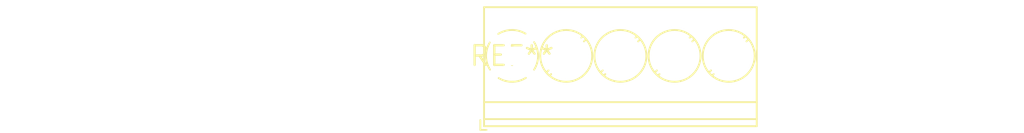
<source format=kicad_pcb>
(kicad_pcb (version 20240108) (generator pcbnew)
  (layers (0 "F.Cu" signal) (31 "B.Cu" signal) (34 "B.Paste" user) (35 "F.Paste" user) (36 "B.SilkS" user "B.Silkscreen") (37 "F.SilkS" user "F.Silkscreen") (38 "B.Mask" user) (39 "F.Mask" user) (44 "Edge.Cuts" user))
  (net 0 "")
  (footprint "TerminalBlock_Phoenix_PT-1,5-5-3.5-H_1x05_P3.50mm_Horizontal" (layer "F.Cu") (at 0 0)
    (property "Reference" "REF**")
    (property "Value" "TerminalBlock_Phoenix_PT-1,5-5-3.5-H_1x05_P3.50mm_Horizontal")
    (fp_line (start -2.05 4.16) (end -2.05 4.8) (layer "F.SilkS") (stroke (width 0.12)))
    (fp_line (start -2.05 4.8) (end -1.65 4.8) (layer "F.SilkS") (stroke (width 0.12)))
    (fp_line (start -1.81 -3.16) (end -1.81 4.56) (layer "F.SilkS") (stroke (width 0.12)))
    (fp_line (start -1.81 -3.16) (end 15.81 -3.16) (layer "F.SilkS") (stroke (width 0.12)))
    (fp_line (start -1.81 3) (end 15.81 3) (layer "F.SilkS") (stroke (width 0.12)))
    (fp_line (start -1.81 4.1) (end 15.81 4.1) (layer "F.SilkS") (stroke (width 0.12)))
    (fp_line (start -1.81 4.56) (end 15.81 4.56) (layer "F.SilkS") (stroke (width 0.12)))
    (fp_line (start 2.355 0.941) (end 2.226 1.069) (layer "F.SilkS") (stroke (width 0.12)))
    (fp_line (start 2.525 1.181) (end 2.431 1.274) (layer "F.SilkS") (stroke (width 0.12)))
    (fp_line (start 4.57 -1.275) (end 4.476 -1.181) (layer "F.SilkS") (stroke (width 0.12)))
    (fp_line (start 4.775 -1.069) (end 4.646 -0.941) (layer "F.SilkS") (stroke (width 0.12)))
    (fp_line (start 5.855 0.941) (end 5.726 1.069) (layer "F.SilkS") (stroke (width 0.12)))
    (fp_line (start 6.025 1.181) (end 5.931 1.274) (layer "F.SilkS") (stroke (width 0.12)))
    (fp_line (start 8.07 -1.275) (end 7.976 -1.181) (layer "F.SilkS") (stroke (width 0.12)))
    (fp_line (start 8.275 -1.069) (end 8.146 -0.941) (layer "F.SilkS") (stroke (width 0.12)))
    (fp_line (start 9.355 0.941) (end 9.226 1.069) (layer "F.SilkS") (stroke (width 0.12)))
    (fp_line (start 9.525 1.181) (end 9.431 1.274) (layer "F.SilkS") (stroke (width 0.12)))
    (fp_line (start 11.57 -1.275) (end 11.476 -1.181) (layer "F.SilkS") (stroke (width 0.12)))
    (fp_line (start 11.775 -1.069) (end 11.646 -0.941) (layer "F.SilkS") (stroke (width 0.12)))
    (fp_line (start 12.855 0.941) (end 12.726 1.069) (layer "F.SilkS") (stroke (width 0.12)))
    (fp_line (start 13.025 1.181) (end 12.931 1.274) (layer "F.SilkS") (stroke (width 0.12)))
    (fp_line (start 15.07 -1.275) (end 14.976 -1.181) (layer "F.SilkS") (stroke (width 0.12)))
    (fp_line (start 15.275 -1.069) (end 15.146 -0.941) (layer "F.SilkS") (stroke (width 0.12)))
    (fp_line (start 15.81 -3.16) (end 15.81 4.56) (layer "F.SilkS") (stroke (width 0.12)))
    (fp_arc (start -1.425358 0.889894) (mid -1.680286 0.014012) (end -1.44 -0.866) (layer "F.SilkS") (stroke (width 0.12)))
    (fp_arc (start -0.889894 -1.425358) (mid -0.014012 -1.680286) (end 0.866 -1.44) (layer "F.SilkS") (stroke (width 0.12)))
    (fp_arc (start 0.028674 1.680099) (mid -0.435535 1.622918) (end -0.866 1.44) (layer "F.SilkS") (stroke (width 0.12)))
    (fp_arc (start 0.890264 1.424721) (mid 0.463071 1.61492) (end 0 1.68) (layer "F.SilkS") (stroke (width 0.12)))
    (fp_arc (start 1.425504 -0.890193) (mid 1.680626 0.000476) (end 1.425 0.891) (layer "F.SilkS") (stroke (width 0.12)))
    (fp_circle (center 3.5 0) (end 5.18 0) (layer "F.SilkS") (stroke (width 0.12)) (fill none))
    (fp_circle (center 7 0) (end 8.68 0) (layer "F.SilkS") (stroke (width 0.12)) (fill none))
    (fp_circle (center 10.5 0) (end 12.18 0) (layer "F.SilkS") (stroke (width 0.12)) (fill none))
    (fp_circle (center 14 0) (end 15.68 0) (layer "F.SilkS") (stroke (width 0.12)) (fill none))
    (pad "1" thru_hole rect (at 0 0) (size 2.4 2.4) (drill 1.2) (layers *.Cu *.Mask) (remove_unused_layers))
    (pad "2" thru_hole circle (at 3.5 0) (size 2.4 2.4) (drill 1.2) (layers *.Cu *.Mask) (remove_unused_layers))
    (pad "3" thru_hole circle (at 7 0) (size 2.4 2.4) (drill 1.2) (layers *.Cu *.Mask) (remove_unused_layers))
    (pad "4" thru_hole circle (at 10.5 0) (size 2.4 2.4) (drill 1.2) (layers *.Cu *.Mask) (remove_unused_layers))
    (pad "5" thru_hole circle (at 14 0) (size 2.4 2.4) (drill 1.2) (layers *.Cu *.Mask) (remove_unused_layers))
  )
)
</source>
